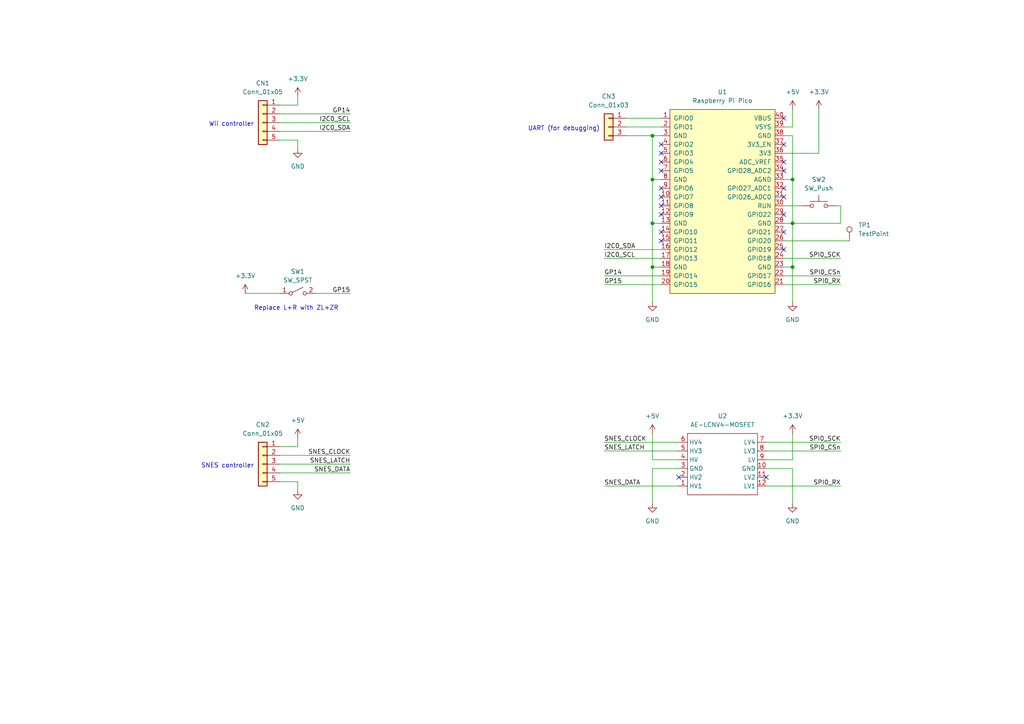
<source format=kicad_sch>
(kicad_sch (version 20211123) (generator eeschema)

  (uuid e82346a5-cee7-49f2-8310-2831d323a8cf)

  (paper "A4")

  (title_block
    (title "Controller Converter for Switch")
    (date "2023-01-11")
    (rev "1")
    (company "T.T")
  )

  (lib_symbols
    (symbol "Connector:TestPoint" (pin_numbers hide) (pin_names (offset 0.762) hide) (in_bom yes) (on_board yes)
      (property "Reference" "TP" (id 0) (at 0 6.858 0)
        (effects (font (size 1.27 1.27)))
      )
      (property "Value" "TestPoint" (id 1) (at 0 5.08 0)
        (effects (font (size 1.27 1.27)))
      )
      (property "Footprint" "" (id 2) (at 5.08 0 0)
        (effects (font (size 1.27 1.27)) hide)
      )
      (property "Datasheet" "~" (id 3) (at 5.08 0 0)
        (effects (font (size 1.27 1.27)) hide)
      )
      (property "ki_keywords" "test point tp" (id 4) (at 0 0 0)
        (effects (font (size 1.27 1.27)) hide)
      )
      (property "ki_description" "test point" (id 5) (at 0 0 0)
        (effects (font (size 1.27 1.27)) hide)
      )
      (property "ki_fp_filters" "Pin* Test*" (id 6) (at 0 0 0)
        (effects (font (size 1.27 1.27)) hide)
      )
      (symbol "TestPoint_0_1"
        (circle (center 0 3.302) (radius 0.762)
          (stroke (width 0) (type default) (color 0 0 0 0))
          (fill (type none))
        )
      )
      (symbol "TestPoint_1_1"
        (pin passive line (at 0 0 90) (length 2.54)
          (name "1" (effects (font (size 1.27 1.27))))
          (number "1" (effects (font (size 1.27 1.27))))
        )
      )
    )
    (symbol "Connector_Generic:Conn_01x03" (pin_names (offset 1.016) hide) (in_bom yes) (on_board yes)
      (property "Reference" "J" (id 0) (at 0 5.08 0)
        (effects (font (size 1.27 1.27)))
      )
      (property "Value" "Conn_01x03" (id 1) (at 0 -5.08 0)
        (effects (font (size 1.27 1.27)))
      )
      (property "Footprint" "" (id 2) (at 0 0 0)
        (effects (font (size 1.27 1.27)) hide)
      )
      (property "Datasheet" "~" (id 3) (at 0 0 0)
        (effects (font (size 1.27 1.27)) hide)
      )
      (property "ki_keywords" "connector" (id 4) (at 0 0 0)
        (effects (font (size 1.27 1.27)) hide)
      )
      (property "ki_description" "Generic connector, single row, 01x03, script generated (kicad-library-utils/schlib/autogen/connector/)" (id 5) (at 0 0 0)
        (effects (font (size 1.27 1.27)) hide)
      )
      (property "ki_fp_filters" "Connector*:*_1x??_*" (id 6) (at 0 0 0)
        (effects (font (size 1.27 1.27)) hide)
      )
      (symbol "Conn_01x03_1_1"
        (rectangle (start -1.27 -2.413) (end 0 -2.667)
          (stroke (width 0.1524) (type default) (color 0 0 0 0))
          (fill (type none))
        )
        (rectangle (start -1.27 0.127) (end 0 -0.127)
          (stroke (width 0.1524) (type default) (color 0 0 0 0))
          (fill (type none))
        )
        (rectangle (start -1.27 2.667) (end 0 2.413)
          (stroke (width 0.1524) (type default) (color 0 0 0 0))
          (fill (type none))
        )
        (rectangle (start -1.27 3.81) (end 1.27 -3.81)
          (stroke (width 0.254) (type default) (color 0 0 0 0))
          (fill (type background))
        )
        (pin passive line (at -5.08 2.54 0) (length 3.81)
          (name "Pin_1" (effects (font (size 1.27 1.27))))
          (number "1" (effects (font (size 1.27 1.27))))
        )
        (pin passive line (at -5.08 0 0) (length 3.81)
          (name "Pin_2" (effects (font (size 1.27 1.27))))
          (number "2" (effects (font (size 1.27 1.27))))
        )
        (pin passive line (at -5.08 -2.54 0) (length 3.81)
          (name "Pin_3" (effects (font (size 1.27 1.27))))
          (number "3" (effects (font (size 1.27 1.27))))
        )
      )
    )
    (symbol "Connector_Generic:Conn_01x05" (pin_names (offset 1.016) hide) (in_bom yes) (on_board yes)
      (property "Reference" "J" (id 0) (at 0 7.62 0)
        (effects (font (size 1.27 1.27)))
      )
      (property "Value" "Conn_01x05" (id 1) (at 0 -7.62 0)
        (effects (font (size 1.27 1.27)))
      )
      (property "Footprint" "" (id 2) (at 0 0 0)
        (effects (font (size 1.27 1.27)) hide)
      )
      (property "Datasheet" "~" (id 3) (at 0 0 0)
        (effects (font (size 1.27 1.27)) hide)
      )
      (property "ki_keywords" "connector" (id 4) (at 0 0 0)
        (effects (font (size 1.27 1.27)) hide)
      )
      (property "ki_description" "Generic connector, single row, 01x05, script generated (kicad-library-utils/schlib/autogen/connector/)" (id 5) (at 0 0 0)
        (effects (font (size 1.27 1.27)) hide)
      )
      (property "ki_fp_filters" "Connector*:*_1x??_*" (id 6) (at 0 0 0)
        (effects (font (size 1.27 1.27)) hide)
      )
      (symbol "Conn_01x05_1_1"
        (rectangle (start -1.27 -4.953) (end 0 -5.207)
          (stroke (width 0.1524) (type default) (color 0 0 0 0))
          (fill (type none))
        )
        (rectangle (start -1.27 -2.413) (end 0 -2.667)
          (stroke (width 0.1524) (type default) (color 0 0 0 0))
          (fill (type none))
        )
        (rectangle (start -1.27 0.127) (end 0 -0.127)
          (stroke (width 0.1524) (type default) (color 0 0 0 0))
          (fill (type none))
        )
        (rectangle (start -1.27 2.667) (end 0 2.413)
          (stroke (width 0.1524) (type default) (color 0 0 0 0))
          (fill (type none))
        )
        (rectangle (start -1.27 5.207) (end 0 4.953)
          (stroke (width 0.1524) (type default) (color 0 0 0 0))
          (fill (type none))
        )
        (rectangle (start -1.27 6.35) (end 1.27 -6.35)
          (stroke (width 0.254) (type default) (color 0 0 0 0))
          (fill (type background))
        )
        (pin passive line (at -5.08 5.08 0) (length 3.81)
          (name "Pin_1" (effects (font (size 1.27 1.27))))
          (number "1" (effects (font (size 1.27 1.27))))
        )
        (pin passive line (at -5.08 2.54 0) (length 3.81)
          (name "Pin_2" (effects (font (size 1.27 1.27))))
          (number "2" (effects (font (size 1.27 1.27))))
        )
        (pin passive line (at -5.08 0 0) (length 3.81)
          (name "Pin_3" (effects (font (size 1.27 1.27))))
          (number "3" (effects (font (size 1.27 1.27))))
        )
        (pin passive line (at -5.08 -2.54 0) (length 3.81)
          (name "Pin_4" (effects (font (size 1.27 1.27))))
          (number "4" (effects (font (size 1.27 1.27))))
        )
        (pin passive line (at -5.08 -5.08 0) (length 3.81)
          (name "Pin_5" (effects (font (size 1.27 1.27))))
          (number "5" (effects (font (size 1.27 1.27))))
        )
      )
    )
    (symbol "Library:AE-LCNV4-MOSFET" (in_bom yes) (on_board yes)
      (property "Reference" "U" (id 0) (at 0 12.7 0)
        (effects (font (size 1.27 1.27)))
      )
      (property "Value" "AE-LCNV4-MOSFET" (id 1) (at 0 10.16 0)
        (effects (font (size 1.27 1.27)))
      )
      (property "Footprint" "Library:AE-LCNV4-MOSFET" (id 2) (at 0 6.35 0)
        (effects (font (size 1.27 1.27)) hide)
      )
      (property "Datasheet" "" (id 3) (at 0 6.35 0)
        (effects (font (size 1.27 1.27)) hide)
      )
      (symbol "AE-LCNV4-MOSFET_0_0"
        (pin bidirectional line (at -12.7 6.35 0) (length 2.54)
          (name "HV1" (effects (font (size 1.27 1.27))))
          (number "1" (effects (font (size 1.27 1.27))))
        )
        (pin power_in line (at 12.7 1.27 180) (length 2.54)
          (name "GND" (effects (font (size 1.27 1.27))))
          (number "10" (effects (font (size 1.27 1.27))))
        )
        (pin bidirectional line (at 12.7 3.81 180) (length 2.54)
          (name "LV2" (effects (font (size 1.27 1.27))))
          (number "11" (effects (font (size 1.27 1.27))))
        )
        (pin bidirectional line (at 12.7 6.35 180) (length 2.54)
          (name "LV1" (effects (font (size 1.27 1.27))))
          (number "12" (effects (font (size 1.27 1.27))))
        )
        (pin bidirectional line (at -12.7 3.81 0) (length 2.54)
          (name "HV2" (effects (font (size 1.27 1.27))))
          (number "2" (effects (font (size 1.27 1.27))))
        )
        (pin power_in line (at -12.7 1.27 0) (length 2.54)
          (name "GND" (effects (font (size 1.27 1.27))))
          (number "3" (effects (font (size 1.27 1.27))))
        )
        (pin power_in line (at -12.7 -1.27 0) (length 2.54)
          (name "HV" (effects (font (size 1.27 1.27))))
          (number "4" (effects (font (size 1.27 1.27))))
        )
        (pin bidirectional line (at -12.7 -3.81 0) (length 2.54)
          (name "HV3" (effects (font (size 1.27 1.27))))
          (number "5" (effects (font (size 1.27 1.27))))
        )
        (pin bidirectional line (at -12.7 -6.35 0) (length 2.54)
          (name "HV4" (effects (font (size 1.27 1.27))))
          (number "6" (effects (font (size 1.27 1.27))))
        )
        (pin bidirectional line (at 12.7 -6.35 180) (length 2.54)
          (name "LV4" (effects (font (size 1.27 1.27))))
          (number "7" (effects (font (size 1.27 1.27))))
        )
        (pin bidirectional line (at 12.7 -3.81 180) (length 2.54)
          (name "LV3" (effects (font (size 1.27 1.27))))
          (number "8" (effects (font (size 1.27 1.27))))
        )
        (pin power_in line (at 12.7 -1.27 180) (length 2.54)
          (name "LV" (effects (font (size 1.27 1.27))))
          (number "9" (effects (font (size 1.27 1.27))))
        )
      )
      (symbol "AE-LCNV4-MOSFET_0_1"
        (rectangle (start -10.16 8.89) (end 10.16 -8.89)
          (stroke (width 0) (type default) (color 0 0 0 0))
          (fill (type none))
        )
      )
    )
    (symbol "Library:Raspberry Pi Pico" (pin_names (offset 1.016)) (in_bom yes) (on_board yes)
      (property "Reference" "U" (id 0) (at 0 30.48 0)
        (effects (font (size 1.27 1.27)))
      )
      (property "Value" "Raspberry Pi Pico" (id 1) (at 0 27.94 0)
        (effects (font (size 1.27 1.27)))
      )
      (property "Footprint" "Library:RPi_Pico_SMD_TH" (id 2) (at 0 0 90)
        (effects (font (size 1.27 1.27)) hide)
      )
      (property "Datasheet" "" (id 3) (at 0 0 0)
        (effects (font (size 1.27 1.27)) hide)
      )
      (symbol "Raspberry Pi Pico_0_1"
        (rectangle (start -15.24 26.67) (end 15.24 -26.67)
          (stroke (width 0) (type default) (color 0 0 0 0))
          (fill (type background))
        )
      )
      (symbol "Raspberry Pi Pico_1_1"
        (pin bidirectional line (at -17.78 24.13 0) (length 2.54)
          (name "GPIO0" (effects (font (size 1.27 1.27))))
          (number "1" (effects (font (size 1.27 1.27))))
        )
        (pin bidirectional line (at -17.78 1.27 0) (length 2.54)
          (name "GPIO7" (effects (font (size 1.27 1.27))))
          (number "10" (effects (font (size 1.27 1.27))))
        )
        (pin bidirectional line (at -17.78 -1.27 0) (length 2.54)
          (name "GPIO8" (effects (font (size 1.27 1.27))))
          (number "11" (effects (font (size 1.27 1.27))))
        )
        (pin bidirectional line (at -17.78 -3.81 0) (length 2.54)
          (name "GPIO9" (effects (font (size 1.27 1.27))))
          (number "12" (effects (font (size 1.27 1.27))))
        )
        (pin power_in line (at -17.78 -6.35 0) (length 2.54)
          (name "GND" (effects (font (size 1.27 1.27))))
          (number "13" (effects (font (size 1.27 1.27))))
        )
        (pin bidirectional line (at -17.78 -8.89 0) (length 2.54)
          (name "GPIO10" (effects (font (size 1.27 1.27))))
          (number "14" (effects (font (size 1.27 1.27))))
        )
        (pin bidirectional line (at -17.78 -11.43 0) (length 2.54)
          (name "GPIO11" (effects (font (size 1.27 1.27))))
          (number "15" (effects (font (size 1.27 1.27))))
        )
        (pin bidirectional line (at -17.78 -13.97 0) (length 2.54)
          (name "GPIO12" (effects (font (size 1.27 1.27))))
          (number "16" (effects (font (size 1.27 1.27))))
        )
        (pin bidirectional line (at -17.78 -16.51 0) (length 2.54)
          (name "GPIO13" (effects (font (size 1.27 1.27))))
          (number "17" (effects (font (size 1.27 1.27))))
        )
        (pin power_in line (at -17.78 -19.05 0) (length 2.54)
          (name "GND" (effects (font (size 1.27 1.27))))
          (number "18" (effects (font (size 1.27 1.27))))
        )
        (pin bidirectional line (at -17.78 -21.59 0) (length 2.54)
          (name "GPIO14" (effects (font (size 1.27 1.27))))
          (number "19" (effects (font (size 1.27 1.27))))
        )
        (pin bidirectional line (at -17.78 21.59 0) (length 2.54)
          (name "GPIO1" (effects (font (size 1.27 1.27))))
          (number "2" (effects (font (size 1.27 1.27))))
        )
        (pin bidirectional line (at -17.78 -24.13 0) (length 2.54)
          (name "GPIO15" (effects (font (size 1.27 1.27))))
          (number "20" (effects (font (size 1.27 1.27))))
        )
        (pin bidirectional line (at 17.78 -24.13 180) (length 2.54)
          (name "GPIO16" (effects (font (size 1.27 1.27))))
          (number "21" (effects (font (size 1.27 1.27))))
        )
        (pin bidirectional line (at 17.78 -21.59 180) (length 2.54)
          (name "GPIO17" (effects (font (size 1.27 1.27))))
          (number "22" (effects (font (size 1.27 1.27))))
        )
        (pin power_in line (at 17.78 -19.05 180) (length 2.54)
          (name "GND" (effects (font (size 1.27 1.27))))
          (number "23" (effects (font (size 1.27 1.27))))
        )
        (pin bidirectional line (at 17.78 -16.51 180) (length 2.54)
          (name "GPIO18" (effects (font (size 1.27 1.27))))
          (number "24" (effects (font (size 1.27 1.27))))
        )
        (pin bidirectional line (at 17.78 -13.97 180) (length 2.54)
          (name "GPIO19" (effects (font (size 1.27 1.27))))
          (number "25" (effects (font (size 1.27 1.27))))
        )
        (pin bidirectional line (at 17.78 -11.43 180) (length 2.54)
          (name "GPIO20" (effects (font (size 1.27 1.27))))
          (number "26" (effects (font (size 1.27 1.27))))
        )
        (pin bidirectional line (at 17.78 -8.89 180) (length 2.54)
          (name "GPIO21" (effects (font (size 1.27 1.27))))
          (number "27" (effects (font (size 1.27 1.27))))
        )
        (pin power_in line (at 17.78 -6.35 180) (length 2.54)
          (name "GND" (effects (font (size 1.27 1.27))))
          (number "28" (effects (font (size 1.27 1.27))))
        )
        (pin bidirectional line (at 17.78 -3.81 180) (length 2.54)
          (name "GPIO22" (effects (font (size 1.27 1.27))))
          (number "29" (effects (font (size 1.27 1.27))))
        )
        (pin power_in line (at -17.78 19.05 0) (length 2.54)
          (name "GND" (effects (font (size 1.27 1.27))))
          (number "3" (effects (font (size 1.27 1.27))))
        )
        (pin input line (at 17.78 -1.27 180) (length 2.54)
          (name "RUN" (effects (font (size 1.27 1.27))))
          (number "30" (effects (font (size 1.27 1.27))))
        )
        (pin bidirectional line (at 17.78 1.27 180) (length 2.54)
          (name "GPIO26_ADC0" (effects (font (size 1.27 1.27))))
          (number "31" (effects (font (size 1.27 1.27))))
        )
        (pin bidirectional line (at 17.78 3.81 180) (length 2.54)
          (name "GPIO27_ADC1" (effects (font (size 1.27 1.27))))
          (number "32" (effects (font (size 1.27 1.27))))
        )
        (pin power_in line (at 17.78 6.35 180) (length 2.54)
          (name "AGND" (effects (font (size 1.27 1.27))))
          (number "33" (effects (font (size 1.27 1.27))))
        )
        (pin bidirectional line (at 17.78 8.89 180) (length 2.54)
          (name "GPIO28_ADC2" (effects (font (size 1.27 1.27))))
          (number "34" (effects (font (size 1.27 1.27))))
        )
        (pin unspecified line (at 17.78 11.43 180) (length 2.54)
          (name "ADC_VREF" (effects (font (size 1.27 1.27))))
          (number "35" (effects (font (size 1.27 1.27))))
        )
        (pin power_out line (at 17.78 13.97 180) (length 2.54)
          (name "3V3" (effects (font (size 1.27 1.27))))
          (number "36" (effects (font (size 1.27 1.27))))
        )
        (pin input line (at 17.78 16.51 180) (length 2.54)
          (name "3V3_EN" (effects (font (size 1.27 1.27))))
          (number "37" (effects (font (size 1.27 1.27))))
        )
        (pin power_out line (at 17.78 19.05 180) (length 2.54)
          (name "GND" (effects (font (size 1.27 1.27))))
          (number "38" (effects (font (size 1.27 1.27))))
        )
        (pin power_out line (at 17.78 21.59 180) (length 2.54)
          (name "VSYS" (effects (font (size 1.27 1.27))))
          (number "39" (effects (font (size 1.27 1.27))))
        )
        (pin bidirectional line (at -17.78 16.51 0) (length 2.54)
          (name "GPIO2" (effects (font (size 1.27 1.27))))
          (number "4" (effects (font (size 1.27 1.27))))
        )
        (pin power_out line (at 17.78 24.13 180) (length 2.54)
          (name "VBUS" (effects (font (size 1.27 1.27))))
          (number "40" (effects (font (size 1.27 1.27))))
        )
        (pin bidirectional line (at -17.78 13.97 0) (length 2.54)
          (name "GPIO3" (effects (font (size 1.27 1.27))))
          (number "5" (effects (font (size 1.27 1.27))))
        )
        (pin bidirectional line (at -17.78 11.43 0) (length 2.54)
          (name "GPIO4" (effects (font (size 1.27 1.27))))
          (number "6" (effects (font (size 1.27 1.27))))
        )
        (pin bidirectional line (at -17.78 8.89 0) (length 2.54)
          (name "GPIO5" (effects (font (size 1.27 1.27))))
          (number "7" (effects (font (size 1.27 1.27))))
        )
        (pin power_in line (at -17.78 6.35 0) (length 2.54)
          (name "GND" (effects (font (size 1.27 1.27))))
          (number "8" (effects (font (size 1.27 1.27))))
        )
        (pin bidirectional line (at -17.78 3.81 0) (length 2.54)
          (name "GPIO6" (effects (font (size 1.27 1.27))))
          (number "9" (effects (font (size 1.27 1.27))))
        )
      )
    )
    (symbol "Switch:SW_Push" (pin_numbers hide) (pin_names (offset 1.016) hide) (in_bom yes) (on_board yes)
      (property "Reference" "SW" (id 0) (at 1.27 2.54 0)
        (effects (font (size 1.27 1.27)) (justify left))
      )
      (property "Value" "SW_Push" (id 1) (at 0 -1.524 0)
        (effects (font (size 1.27 1.27)))
      )
      (property "Footprint" "" (id 2) (at 0 5.08 0)
        (effects (font (size 1.27 1.27)) hide)
      )
      (property "Datasheet" "~" (id 3) (at 0 5.08 0)
        (effects (font (size 1.27 1.27)) hide)
      )
      (property "ki_keywords" "switch normally-open pushbutton push-button" (id 4) (at 0 0 0)
        (effects (font (size 1.27 1.27)) hide)
      )
      (property "ki_description" "Push button switch, generic, two pins" (id 5) (at 0 0 0)
        (effects (font (size 1.27 1.27)) hide)
      )
      (symbol "SW_Push_0_1"
        (circle (center -2.032 0) (radius 0.508)
          (stroke (width 0) (type default) (color 0 0 0 0))
          (fill (type none))
        )
        (polyline
          (pts
            (xy 0 1.27)
            (xy 0 3.048)
          )
          (stroke (width 0) (type default) (color 0 0 0 0))
          (fill (type none))
        )
        (polyline
          (pts
            (xy 2.54 1.27)
            (xy -2.54 1.27)
          )
          (stroke (width 0) (type default) (color 0 0 0 0))
          (fill (type none))
        )
        (circle (center 2.032 0) (radius 0.508)
          (stroke (width 0) (type default) (color 0 0 0 0))
          (fill (type none))
        )
        (pin passive line (at -5.08 0 0) (length 2.54)
          (name "1" (effects (font (size 1.27 1.27))))
          (number "1" (effects (font (size 1.27 1.27))))
        )
        (pin passive line (at 5.08 0 180) (length 2.54)
          (name "2" (effects (font (size 1.27 1.27))))
          (number "2" (effects (font (size 1.27 1.27))))
        )
      )
    )
    (symbol "Switch:SW_SPST" (pin_names (offset 0) hide) (in_bom yes) (on_board yes)
      (property "Reference" "SW" (id 0) (at 0 3.175 0)
        (effects (font (size 1.27 1.27)))
      )
      (property "Value" "SW_SPST" (id 1) (at 0 -2.54 0)
        (effects (font (size 1.27 1.27)))
      )
      (property "Footprint" "" (id 2) (at 0 0 0)
        (effects (font (size 1.27 1.27)) hide)
      )
      (property "Datasheet" "~" (id 3) (at 0 0 0)
        (effects (font (size 1.27 1.27)) hide)
      )
      (property "ki_keywords" "switch lever" (id 4) (at 0 0 0)
        (effects (font (size 1.27 1.27)) hide)
      )
      (property "ki_description" "Single Pole Single Throw (SPST) switch" (id 5) (at 0 0 0)
        (effects (font (size 1.27 1.27)) hide)
      )
      (symbol "SW_SPST_0_0"
        (circle (center -2.032 0) (radius 0.508)
          (stroke (width 0) (type default) (color 0 0 0 0))
          (fill (type none))
        )
        (polyline
          (pts
            (xy -1.524 0.254)
            (xy 1.524 1.778)
          )
          (stroke (width 0) (type default) (color 0 0 0 0))
          (fill (type none))
        )
        (circle (center 2.032 0) (radius 0.508)
          (stroke (width 0) (type default) (color 0 0 0 0))
          (fill (type none))
        )
      )
      (symbol "SW_SPST_1_1"
        (pin passive line (at -5.08 0 0) (length 2.54)
          (name "A" (effects (font (size 1.27 1.27))))
          (number "1" (effects (font (size 1.27 1.27))))
        )
        (pin passive line (at 5.08 0 180) (length 2.54)
          (name "B" (effects (font (size 1.27 1.27))))
          (number "2" (effects (font (size 1.27 1.27))))
        )
      )
    )
    (symbol "power:+3.3V" (power) (pin_names (offset 0)) (in_bom yes) (on_board yes)
      (property "Reference" "#PWR" (id 0) (at 0 -3.81 0)
        (effects (font (size 1.27 1.27)) hide)
      )
      (property "Value" "+3.3V" (id 1) (at 0 3.556 0)
        (effects (font (size 1.27 1.27)))
      )
      (property "Footprint" "" (id 2) (at 0 0 0)
        (effects (font (size 1.27 1.27)) hide)
      )
      (property "Datasheet" "" (id 3) (at 0 0 0)
        (effects (font (size 1.27 1.27)) hide)
      )
      (property "ki_keywords" "global power" (id 4) (at 0 0 0)
        (effects (font (size 1.27 1.27)) hide)
      )
      (property "ki_description" "Power symbol creates a global label with name \"+3.3V\"" (id 5) (at 0 0 0)
        (effects (font (size 1.27 1.27)) hide)
      )
      (symbol "+3.3V_0_1"
        (polyline
          (pts
            (xy -0.762 1.27)
            (xy 0 2.54)
          )
          (stroke (width 0) (type default) (color 0 0 0 0))
          (fill (type none))
        )
        (polyline
          (pts
            (xy 0 0)
            (xy 0 2.54)
          )
          (stroke (width 0) (type default) (color 0 0 0 0))
          (fill (type none))
        )
        (polyline
          (pts
            (xy 0 2.54)
            (xy 0.762 1.27)
          )
          (stroke (width 0) (type default) (color 0 0 0 0))
          (fill (type none))
        )
      )
      (symbol "+3.3V_1_1"
        (pin power_in line (at 0 0 90) (length 0) hide
          (name "+3.3V" (effects (font (size 1.27 1.27))))
          (number "1" (effects (font (size 1.27 1.27))))
        )
      )
    )
    (symbol "power:+5V" (power) (pin_names (offset 0)) (in_bom yes) (on_board yes)
      (property "Reference" "#PWR" (id 0) (at 0 -3.81 0)
        (effects (font (size 1.27 1.27)) hide)
      )
      (property "Value" "+5V" (id 1) (at 0 3.556 0)
        (effects (font (size 1.27 1.27)))
      )
      (property "Footprint" "" (id 2) (at 0 0 0)
        (effects (font (size 1.27 1.27)) hide)
      )
      (property "Datasheet" "" (id 3) (at 0 0 0)
        (effects (font (size 1.27 1.27)) hide)
      )
      (property "ki_keywords" "global power" (id 4) (at 0 0 0)
        (effects (font (size 1.27 1.27)) hide)
      )
      (property "ki_description" "Power symbol creates a global label with name \"+5V\"" (id 5) (at 0 0 0)
        (effects (font (size 1.27 1.27)) hide)
      )
      (symbol "+5V_0_1"
        (polyline
          (pts
            (xy -0.762 1.27)
            (xy 0 2.54)
          )
          (stroke (width 0) (type default) (color 0 0 0 0))
          (fill (type none))
        )
        (polyline
          (pts
            (xy 0 0)
            (xy 0 2.54)
          )
          (stroke (width 0) (type default) (color 0 0 0 0))
          (fill (type none))
        )
        (polyline
          (pts
            (xy 0 2.54)
            (xy 0.762 1.27)
          )
          (stroke (width 0) (type default) (color 0 0 0 0))
          (fill (type none))
        )
      )
      (symbol "+5V_1_1"
        (pin power_in line (at 0 0 90) (length 0) hide
          (name "+5V" (effects (font (size 1.27 1.27))))
          (number "1" (effects (font (size 1.27 1.27))))
        )
      )
    )
    (symbol "power:GND" (power) (pin_names (offset 0)) (in_bom yes) (on_board yes)
      (property "Reference" "#PWR" (id 0) (at 0 -6.35 0)
        (effects (font (size 1.27 1.27)) hide)
      )
      (property "Value" "GND" (id 1) (at 0 -3.81 0)
        (effects (font (size 1.27 1.27)))
      )
      (property "Footprint" "" (id 2) (at 0 0 0)
        (effects (font (size 1.27 1.27)) hide)
      )
      (property "Datasheet" "" (id 3) (at 0 0 0)
        (effects (font (size 1.27 1.27)) hide)
      )
      (property "ki_keywords" "global power" (id 4) (at 0 0 0)
        (effects (font (size 1.27 1.27)) hide)
      )
      (property "ki_description" "Power symbol creates a global label with name \"GND\" , ground" (id 5) (at 0 0 0)
        (effects (font (size 1.27 1.27)) hide)
      )
      (symbol "GND_0_1"
        (polyline
          (pts
            (xy 0 0)
            (xy 0 -1.27)
            (xy 1.27 -1.27)
            (xy 0 -2.54)
            (xy -1.27 -1.27)
            (xy 0 -1.27)
          )
          (stroke (width 0) (type default) (color 0 0 0 0))
          (fill (type none))
        )
      )
      (symbol "GND_1_1"
        (pin power_in line (at 0 0 270) (length 0) hide
          (name "GND" (effects (font (size 1.27 1.27))))
          (number "1" (effects (font (size 1.27 1.27))))
        )
      )
    )
  )

  (junction (at 229.87 64.77) (diameter 0) (color 0 0 0 0)
    (uuid 34ca09cb-1597-4fc9-8bc8-b8dba42f7d68)
  )
  (junction (at 189.23 39.37) (diameter 0) (color 0 0 0 0)
    (uuid 4ee9a426-8239-4fef-807d-a9440fb5f089)
  )
  (junction (at 229.87 77.47) (diameter 0) (color 0 0 0 0)
    (uuid 60da1a23-0618-4851-9126-4aba4bc59b5b)
  )
  (junction (at 229.87 52.07) (diameter 0) (color 0 0 0 0)
    (uuid 6c46b4d3-be7d-4131-bc45-e085dd58279d)
  )
  (junction (at 189.23 52.07) (diameter 0) (color 0 0 0 0)
    (uuid 6f814b9e-cb96-40f5-acbb-4519927758e9)
  )
  (junction (at 189.23 64.77) (diameter 0) (color 0 0 0 0)
    (uuid b467e13a-6259-4cbf-be7c-f1c2e797b007)
  )
  (junction (at 189.23 77.47) (diameter 0) (color 0 0 0 0)
    (uuid c71e2a37-3a04-4da1-b367-91d0b452c420)
  )

  (no_connect (at 227.33 49.53) (uuid 04de0bb0-5530-43a7-a63a-d6013a308361))
  (no_connect (at 227.33 67.31) (uuid 075d3db5-b09e-4652-9474-34782549d4a9))
  (no_connect (at 191.77 67.31) (uuid 0dddead1-fe20-48d8-9e49-2b6006b72c54))
  (no_connect (at 227.33 34.29) (uuid 11ac2b82-d0cf-421a-bc9a-19da72267d6f))
  (no_connect (at 191.77 59.69) (uuid 36d7cf22-1eea-4f6e-b277-6c6062f1d0bc))
  (no_connect (at 191.77 62.23) (uuid 3d7625d9-4550-4dae-bb26-e399e860a160))
  (no_connect (at 227.33 54.61) (uuid 4105f322-1fe1-4240-b24c-2d5a9ad7b366))
  (no_connect (at 196.85 138.43) (uuid 4107380a-2ab6-47ce-a4a9-5194f1d8b6c7))
  (no_connect (at 191.77 46.99) (uuid 4ddd1cc6-0847-4f58-b1f8-596cf84101df))
  (no_connect (at 191.77 49.53) (uuid 6b6d333a-f540-4ea0-b29b-8039a4a406aa))
  (no_connect (at 191.77 41.91) (uuid 714de8a2-92c2-4c64-9a75-33ea7945b130))
  (no_connect (at 227.33 72.39) (uuid 7166d50f-db6a-406b-ba2c-5e3df75d498e))
  (no_connect (at 222.25 138.43) (uuid 904b4398-5120-4b83-910b-b9be50500391))
  (no_connect (at 191.77 57.15) (uuid 9204c3c4-2ba9-452e-880f-8e6f4cc7450a))
  (no_connect (at 227.33 41.91) (uuid 9dd66150-952c-4086-b762-05e729e1fa8c))
  (no_connect (at 191.77 69.85) (uuid acf94ed7-6a14-46b1-bbe9-7767e9133ec0))
  (no_connect (at 227.33 57.15) (uuid af75d715-e9cc-49e7-9229-563b65582032))
  (no_connect (at 227.33 46.99) (uuid b98af472-7e86-4a16-884c-fdf55e966945))
  (no_connect (at 191.77 44.45) (uuid dd04a914-2b37-42f3-bedc-a94a21d4a2a9))
  (no_connect (at 191.77 54.61) (uuid ef9c583d-68f4-439f-ab52-f030677d66ef))
  (no_connect (at 227.33 62.23) (uuid fe846fb2-1d21-4fad-8bf6-00a612fdb3a3))

  (wire (pts (xy 227.33 80.01) (xy 243.84 80.01))
    (stroke (width 0) (type default) (color 0 0 0 0))
    (uuid 01ad19cd-6b3e-4d40-964b-f503faff16f5)
  )
  (wire (pts (xy 229.87 36.83) (xy 229.87 31.75))
    (stroke (width 0) (type default) (color 0 0 0 0))
    (uuid 0697f3af-8c04-49f4-b6f0-3396b9f0ade9)
  )
  (wire (pts (xy 227.33 36.83) (xy 229.87 36.83))
    (stroke (width 0) (type default) (color 0 0 0 0))
    (uuid 0a663930-8695-4f42-81fd-4da6adc2647f)
  )
  (wire (pts (xy 222.25 128.27) (xy 243.84 128.27))
    (stroke (width 0) (type default) (color 0 0 0 0))
    (uuid 0b33a2a2-0081-4a3e-9f55-f8fde0343420)
  )
  (wire (pts (xy 81.28 30.48) (xy 86.36 30.48))
    (stroke (width 0) (type default) (color 0 0 0 0))
    (uuid 0e238770-439f-4f9b-bb81-10062b34dc70)
  )
  (wire (pts (xy 86.36 40.64) (xy 86.36 43.18))
    (stroke (width 0) (type default) (color 0 0 0 0))
    (uuid 1f9b5308-7941-4e7b-abc3-eed51fd3ccd2)
  )
  (wire (pts (xy 191.77 64.77) (xy 189.23 64.77))
    (stroke (width 0) (type default) (color 0 0 0 0))
    (uuid 21a9d479-828f-4203-bc94-dd35baf6c792)
  )
  (wire (pts (xy 81.28 33.02) (xy 101.6 33.02))
    (stroke (width 0) (type default) (color 0 0 0 0))
    (uuid 241bac2f-1ef1-48b0-a485-5287a3de4ddd)
  )
  (wire (pts (xy 81.28 139.7) (xy 86.36 139.7))
    (stroke (width 0) (type default) (color 0 0 0 0))
    (uuid 273e3d90-2c44-42d6-830a-bdf6ee0d0372)
  )
  (wire (pts (xy 227.33 44.45) (xy 237.49 44.45))
    (stroke (width 0) (type default) (color 0 0 0 0))
    (uuid 2d8437b5-5055-4a78-8090-7b8dd5120244)
  )
  (wire (pts (xy 81.28 40.64) (xy 86.36 40.64))
    (stroke (width 0) (type default) (color 0 0 0 0))
    (uuid 355264d3-e739-4702-b628-d103b15e765d)
  )
  (wire (pts (xy 189.23 52.07) (xy 189.23 64.77))
    (stroke (width 0) (type default) (color 0 0 0 0))
    (uuid 37cb0d6d-e048-4388-b0ac-a9896e75a835)
  )
  (wire (pts (xy 175.26 140.97) (xy 196.85 140.97))
    (stroke (width 0) (type default) (color 0 0 0 0))
    (uuid 386ed10a-6799-48fc-9fc2-93dac55aaee8)
  )
  (wire (pts (xy 189.23 39.37) (xy 189.23 52.07))
    (stroke (width 0) (type default) (color 0 0 0 0))
    (uuid 397a05b6-c486-454e-bdb1-61da1830dcea)
  )
  (wire (pts (xy 243.84 64.77) (xy 229.87 64.77))
    (stroke (width 0) (type default) (color 0 0 0 0))
    (uuid 3aeb102d-81b8-46e3-b67a-4e479c780945)
  )
  (wire (pts (xy 181.61 36.83) (xy 191.77 36.83))
    (stroke (width 0) (type default) (color 0 0 0 0))
    (uuid 3b16556a-651c-4d27-a6a0-9054ce8a9775)
  )
  (wire (pts (xy 181.61 34.29) (xy 191.77 34.29))
    (stroke (width 0) (type default) (color 0 0 0 0))
    (uuid 3d410124-72fc-4821-8292-f95d866fbbc1)
  )
  (wire (pts (xy 227.33 39.37) (xy 229.87 39.37))
    (stroke (width 0) (type default) (color 0 0 0 0))
    (uuid 450e8b15-4cfc-4f6f-afdc-b61cba689167)
  )
  (wire (pts (xy 81.28 35.56) (xy 101.6 35.56))
    (stroke (width 0) (type default) (color 0 0 0 0))
    (uuid 46145133-0960-4704-abc9-da9cbebe58e3)
  )
  (wire (pts (xy 227.33 59.69) (xy 232.41 59.69))
    (stroke (width 0) (type default) (color 0 0 0 0))
    (uuid 4b104bd9-ce70-490f-961b-4d44b19e761a)
  )
  (wire (pts (xy 81.28 129.54) (xy 86.36 129.54))
    (stroke (width 0) (type default) (color 0 0 0 0))
    (uuid 52995e42-38db-4516-8d4c-e796d2087c0e)
  )
  (wire (pts (xy 175.26 80.01) (xy 191.77 80.01))
    (stroke (width 0) (type default) (color 0 0 0 0))
    (uuid 538f956d-2815-400e-8c36-1704aed3e252)
  )
  (wire (pts (xy 227.33 74.93) (xy 243.84 74.93))
    (stroke (width 0) (type default) (color 0 0 0 0))
    (uuid 56cf1176-4ef8-47f1-a9a7-0890262a50e9)
  )
  (wire (pts (xy 196.85 135.89) (xy 189.23 135.89))
    (stroke (width 0) (type default) (color 0 0 0 0))
    (uuid 5941b463-8663-4def-bc60-17d178e937ce)
  )
  (wire (pts (xy 86.36 139.7) (xy 86.36 142.24))
    (stroke (width 0) (type default) (color 0 0 0 0))
    (uuid 5fd175e9-210b-4878-9adc-9323d7c8ccd1)
  )
  (wire (pts (xy 189.23 77.47) (xy 189.23 87.63))
    (stroke (width 0) (type default) (color 0 0 0 0))
    (uuid 65884bef-5ec2-442e-9a78-ab1822fd4581)
  )
  (wire (pts (xy 242.57 59.69) (xy 243.84 59.69))
    (stroke (width 0) (type default) (color 0 0 0 0))
    (uuid 6895a742-abf5-42f5-90e2-758732bfdc00)
  )
  (wire (pts (xy 175.26 128.27) (xy 196.85 128.27))
    (stroke (width 0) (type default) (color 0 0 0 0))
    (uuid 6f2190c2-173e-450b-bd4f-873c0c63c118)
  )
  (wire (pts (xy 81.28 132.08) (xy 101.6 132.08))
    (stroke (width 0) (type default) (color 0 0 0 0))
    (uuid 72213b99-ca08-4810-8769-4b5e4a7e0a44)
  )
  (wire (pts (xy 243.84 59.69) (xy 243.84 64.77))
    (stroke (width 0) (type default) (color 0 0 0 0))
    (uuid 76e469e8-7f83-4a4a-a1fc-61f8c1ec963a)
  )
  (wire (pts (xy 86.36 129.54) (xy 86.36 127))
    (stroke (width 0) (type default) (color 0 0 0 0))
    (uuid 7c9ca00d-1836-41c0-8a6c-a566181e6a7d)
  )
  (wire (pts (xy 81.28 38.1) (xy 101.6 38.1))
    (stroke (width 0) (type default) (color 0 0 0 0))
    (uuid 7ffb278d-97bf-4418-b8a2-642e910f6ae8)
  )
  (wire (pts (xy 189.23 135.89) (xy 189.23 146.05))
    (stroke (width 0) (type default) (color 0 0 0 0))
    (uuid 83a143a0-2405-4b92-b5e7-0686a666a688)
  )
  (wire (pts (xy 181.61 39.37) (xy 189.23 39.37))
    (stroke (width 0) (type default) (color 0 0 0 0))
    (uuid 848f353f-4a85-4e16-9937-26d7a622eabb)
  )
  (wire (pts (xy 229.87 52.07) (xy 229.87 64.77))
    (stroke (width 0) (type default) (color 0 0 0 0))
    (uuid 85284e5c-8e5b-4316-bf8c-ae1606811c2d)
  )
  (wire (pts (xy 229.87 133.35) (xy 229.87 125.73))
    (stroke (width 0) (type default) (color 0 0 0 0))
    (uuid 8e5a0bdd-0d5b-436e-9ade-2364db346291)
  )
  (wire (pts (xy 222.25 135.89) (xy 229.87 135.89))
    (stroke (width 0) (type default) (color 0 0 0 0))
    (uuid 912ed96e-313a-4b89-b419-8513cb2905d1)
  )
  (wire (pts (xy 227.33 64.77) (xy 229.87 64.77))
    (stroke (width 0) (type default) (color 0 0 0 0))
    (uuid 9913156b-1e70-455f-ad9d-a4f421a31134)
  )
  (wire (pts (xy 191.77 52.07) (xy 189.23 52.07))
    (stroke (width 0) (type default) (color 0 0 0 0))
    (uuid 9ae55355-0071-4476-9360-47096000cb7f)
  )
  (wire (pts (xy 229.87 135.89) (xy 229.87 146.05))
    (stroke (width 0) (type default) (color 0 0 0 0))
    (uuid 9dcb278a-7387-4f7f-8dee-4a89d26bd834)
  )
  (wire (pts (xy 189.23 64.77) (xy 189.23 77.47))
    (stroke (width 0) (type default) (color 0 0 0 0))
    (uuid a4a18a30-1af5-4606-b6e8-9e2c0df91c97)
  )
  (wire (pts (xy 227.33 77.47) (xy 229.87 77.47))
    (stroke (width 0) (type default) (color 0 0 0 0))
    (uuid a5236aef-ed97-4f81-b72d-c4d6bf1c17e4)
  )
  (wire (pts (xy 229.87 64.77) (xy 229.87 77.47))
    (stroke (width 0) (type default) (color 0 0 0 0))
    (uuid a6c8dbe5-0ceb-416f-877f-14e9146e890e)
  )
  (wire (pts (xy 222.25 130.81) (xy 243.84 130.81))
    (stroke (width 0) (type default) (color 0 0 0 0))
    (uuid a833b769-52c7-4ec4-baf1-589e7f945889)
  )
  (wire (pts (xy 222.25 140.97) (xy 243.84 140.97))
    (stroke (width 0) (type default) (color 0 0 0 0))
    (uuid b53688b4-2c50-4908-9930-7f791e66bd75)
  )
  (wire (pts (xy 229.87 77.47) (xy 229.87 87.63))
    (stroke (width 0) (type default) (color 0 0 0 0))
    (uuid b70ec7eb-a5d9-499c-ad0e-9c6c451c84de)
  )
  (wire (pts (xy 227.33 52.07) (xy 229.87 52.07))
    (stroke (width 0) (type default) (color 0 0 0 0))
    (uuid ba795903-a058-41a9-a227-0ed4210d0c63)
  )
  (wire (pts (xy 175.26 72.39) (xy 191.77 72.39))
    (stroke (width 0) (type default) (color 0 0 0 0))
    (uuid bd6dd006-b7f1-49b1-a923-0ba49450669a)
  )
  (wire (pts (xy 86.36 30.48) (xy 86.36 27.94))
    (stroke (width 0) (type default) (color 0 0 0 0))
    (uuid bf5dd88c-86bc-47c4-8440-154ce643ac4b)
  )
  (wire (pts (xy 91.44 85.09) (xy 101.6 85.09))
    (stroke (width 0) (type default) (color 0 0 0 0))
    (uuid c4b29c54-5954-4bb8-9550-3402f05eae98)
  )
  (wire (pts (xy 196.85 133.35) (xy 189.23 133.35))
    (stroke (width 0) (type default) (color 0 0 0 0))
    (uuid c7930d42-4fc4-4c59-9bb7-4a7a905be236)
  )
  (wire (pts (xy 222.25 133.35) (xy 229.87 133.35))
    (stroke (width 0) (type default) (color 0 0 0 0))
    (uuid c9be349f-b187-4f8a-876c-dac20ac8e773)
  )
  (wire (pts (xy 175.26 130.81) (xy 196.85 130.81))
    (stroke (width 0) (type default) (color 0 0 0 0))
    (uuid ca7b7dd6-8609-4040-a8d4-04265e7ac267)
  )
  (wire (pts (xy 191.77 39.37) (xy 189.23 39.37))
    (stroke (width 0) (type default) (color 0 0 0 0))
    (uuid d1189c97-d56b-4ec0-8c69-bcd7ce5cd106)
  )
  (wire (pts (xy 237.49 44.45) (xy 237.49 31.75))
    (stroke (width 0) (type default) (color 0 0 0 0))
    (uuid d7df0c8b-0b88-4ee2-8eb7-44c7d0393138)
  )
  (wire (pts (xy 175.26 74.93) (xy 191.77 74.93))
    (stroke (width 0) (type default) (color 0 0 0 0))
    (uuid dd1b67a3-f1d5-421d-b2cc-ecbc1a4b7446)
  )
  (wire (pts (xy 81.28 137.16) (xy 101.6 137.16))
    (stroke (width 0) (type default) (color 0 0 0 0))
    (uuid ddcba425-729d-49f1-8650-a7139ec5660f)
  )
  (wire (pts (xy 191.77 77.47) (xy 189.23 77.47))
    (stroke (width 0) (type default) (color 0 0 0 0))
    (uuid e0fb2942-c93b-4f46-8713-fd7b6f68f43f)
  )
  (wire (pts (xy 71.12 85.09) (xy 81.28 85.09))
    (stroke (width 0) (type default) (color 0 0 0 0))
    (uuid e960e2e5-c41c-4a4b-9f4f-0ff5715bd0dd)
  )
  (wire (pts (xy 227.33 82.55) (xy 243.84 82.55))
    (stroke (width 0) (type default) (color 0 0 0 0))
    (uuid ea7826fc-f380-49c9-ae0d-e7de9a555f82)
  )
  (wire (pts (xy 175.26 82.55) (xy 191.77 82.55))
    (stroke (width 0) (type default) (color 0 0 0 0))
    (uuid eb8a5292-2a1c-4e4c-b907-f967332bbb5b)
  )
  (wire (pts (xy 189.23 133.35) (xy 189.23 125.73))
    (stroke (width 0) (type default) (color 0 0 0 0))
    (uuid f003482b-447c-4983-8518-b70f091b0acb)
  )
  (wire (pts (xy 81.28 134.62) (xy 101.6 134.62))
    (stroke (width 0) (type default) (color 0 0 0 0))
    (uuid f2ee7a5a-3461-40c1-a8cc-27188b85efc3)
  )
  (wire (pts (xy 229.87 39.37) (xy 229.87 52.07))
    (stroke (width 0) (type default) (color 0 0 0 0))
    (uuid f4e6a58f-d4b4-487b-b294-2e64064c20fb)
  )
  (wire (pts (xy 227.33 69.85) (xy 246.38 69.85))
    (stroke (width 0) (type default) (color 0 0 0 0))
    (uuid f740bbee-aaf0-4208-a7e3-aa62a7e29e93)
  )

  (text "UART (for debugging)" (at 173.99 38.1 180)
    (effects (font (size 1.27 1.27)) (justify right bottom))
    (uuid 0495865a-bfdc-4be7-b2ac-0a6f4afae4a2)
  )
  (text "Wii controller" (at 73.66 36.83 180)
    (effects (font (size 1.27 1.27)) (justify right bottom))
    (uuid 3e93df53-c025-47ef-82b2-1c33403aa7d5)
  )
  (text "Replace L+R with ZL+ZR" (at 73.66 90.17 0)
    (effects (font (size 1.27 1.27)) (justify left bottom))
    (uuid 949660db-8010-4768-9f19-72f34fd6ae03)
  )
  (text "SNES controller" (at 73.66 135.89 180)
    (effects (font (size 1.27 1.27)) (justify right bottom))
    (uuid de5b327c-6760-4af6-859d-cef36c50c895)
  )

  (label "SPI0_RX" (at 243.84 82.55 180)
    (effects (font (size 1.27 1.27)) (justify right bottom))
    (uuid 158daa94-962d-4f7f-aad5-e7efc730fd3d)
  )
  (label "SPI0_SCK" (at 243.84 74.93 180)
    (effects (font (size 1.27 1.27)) (justify right bottom))
    (uuid 16276601-cc00-46ab-aacf-c3c01378b62f)
  )
  (label "GP14" (at 101.6 33.02 180)
    (effects (font (size 1.27 1.27)) (justify right bottom))
    (uuid 1a8a3ed4-c333-41e3-b1d9-b940dc2bd1af)
  )
  (label "SNES_DATA" (at 101.6 137.16 180)
    (effects (font (size 1.27 1.27)) (justify right bottom))
    (uuid 25efedf5-9c7f-4a8e-a3d0-8a7c5f8dbcda)
  )
  (label "SPI0_RX" (at 243.84 140.97 180)
    (effects (font (size 1.27 1.27)) (justify right bottom))
    (uuid 290b5fb1-6e74-49a8-9e60-5b4267d136ff)
  )
  (label "SPI0_SCK" (at 243.84 128.27 180)
    (effects (font (size 1.27 1.27)) (justify right bottom))
    (uuid 2d30e38e-e73a-4cf5-a84f-7b80392b464c)
  )
  (label "I2C0_SCL" (at 175.26 74.93 0)
    (effects (font (size 1.27 1.27)) (justify left bottom))
    (uuid 317087a6-6224-408b-8ad6-093ef15c0ffc)
  )
  (label "GP15" (at 101.6 85.09 180)
    (effects (font (size 1.27 1.27)) (justify right bottom))
    (uuid 467a3b42-d734-4bcc-9845-28214dae42e5)
  )
  (label "I2C0_SCL" (at 101.6 35.56 180)
    (effects (font (size 1.27 1.27)) (justify right bottom))
    (uuid 47020a0a-05d9-4e2e-b669-5a6000c5c85a)
  )
  (label "SNES_CLOCK" (at 175.26 128.27 0)
    (effects (font (size 1.27 1.27)) (justify left bottom))
    (uuid 6136219a-997a-4ba5-8d22-ae475cb5f483)
  )
  (label "SNES_CLOCK" (at 101.6 132.08 180)
    (effects (font (size 1.27 1.27)) (justify right bottom))
    (uuid 6560fd99-5f40-4a37-839d-a441807f3712)
  )
  (label "SNES_DATA" (at 175.26 140.97 0)
    (effects (font (size 1.27 1.27)) (justify left bottom))
    (uuid 6ae58a82-9313-48ee-866e-8e8dfd33e7ca)
  )
  (label "SPI0_CSn" (at 243.84 130.81 180)
    (effects (font (size 1.27 1.27)) (justify right bottom))
    (uuid 6c04db65-0419-4edf-b3e2-bf6027fa8b2e)
  )
  (label "SNES_LATCH" (at 175.26 130.81 0)
    (effects (font (size 1.27 1.27)) (justify left bottom))
    (uuid 7912356c-3753-439a-a9b8-4da78e9375cb)
  )
  (label "I2C0_SDA" (at 175.26 72.39 0)
    (effects (font (size 1.27 1.27)) (justify left bottom))
    (uuid a16622eb-f7c3-477f-ba8f-01493bb19860)
  )
  (label "I2C0_SDA" (at 101.6 38.1 180)
    (effects (font (size 1.27 1.27)) (justify right bottom))
    (uuid a9594957-879d-4da2-8636-462b9ebc6dbc)
  )
  (label "GP15" (at 175.26 82.55 0)
    (effects (font (size 1.27 1.27)) (justify left bottom))
    (uuid b26b24f7-bd31-45a3-a043-1313f1e6bfe5)
  )
  (label "SNES_LATCH" (at 101.6 134.62 180)
    (effects (font (size 1.27 1.27)) (justify right bottom))
    (uuid c1a38562-b0ee-405a-883c-6b3151332ebe)
  )
  (label "GP14" (at 175.26 80.01 0)
    (effects (font (size 1.27 1.27)) (justify left bottom))
    (uuid e32fe111-b041-4fb5-ac5e-339fcf81c299)
  )
  (label "SPI0_CSn" (at 243.84 80.01 180)
    (effects (font (size 1.27 1.27)) (justify right bottom))
    (uuid e4da384d-db9c-4015-8604-2a4a7d51d1ea)
  )

  (symbol (lib_id "Library:AE-LCNV4-MOSFET") (at 209.55 134.62 0) (mirror x) (unit 1)
    (in_bom yes) (on_board yes)
    (uuid 03280094-adb3-4cb1-8391-82af8b51c96c)
    (property "Reference" "U2" (id 0) (at 209.55 120.65 0))
    (property "Value" "AE-LCNV4-MOSFET" (id 1) (at 209.55 123.19 0))
    (property "Footprint" "Library:AE-LCNV4-MOSFET" (id 2) (at 209.55 140.97 0)
      (effects (font (size 1.27 1.27)) hide)
    )
    (property "Datasheet" "" (id 3) (at 209.55 140.97 0)
      (effects (font (size 1.27 1.27)) hide)
    )
    (pin "1" (uuid f55f8f54-9829-45f8-b521-b11f53fd2d44))
    (pin "10" (uuid aab5b612-b6f5-46cd-b1aa-6d469828c265))
    (pin "11" (uuid 1dd81659-2f10-44e8-8ed7-af2ee9aba2e9))
    (pin "12" (uuid fdaf7712-0ac7-4947-961c-fb42f1cefa65))
    (pin "2" (uuid 7150fcdf-5332-479d-b827-dcd645703399))
    (pin "3" (uuid f3aa4997-f791-44aa-b01c-be8859f562f3))
    (pin "4" (uuid 864b0e4d-4e27-4a83-9c7e-4a968eac5f96))
    (pin "5" (uuid a7615586-91e0-4de0-806a-4d558c380d3a))
    (pin "6" (uuid 714be0c5-80ad-4fd2-8b54-5473db1d0bf6))
    (pin "7" (uuid 02332cd5-7d9c-4c04-956e-801afecf4737))
    (pin "8" (uuid 02045132-871d-4316-9b2f-09cb7be2dfe2))
    (pin "9" (uuid cd0865d3-df60-45dc-af74-1440078b49a1))
  )

  (symbol (lib_id "power:GND") (at 86.36 43.18 0) (unit 1)
    (in_bom yes) (on_board yes) (fields_autoplaced)
    (uuid 064890ac-8c03-425e-a737-6fb3acec2e88)
    (property "Reference" "#PWR04" (id 0) (at 86.36 49.53 0)
      (effects (font (size 1.27 1.27)) hide)
    )
    (property "Value" "GND" (id 1) (at 86.36 48.26 0))
    (property "Footprint" "" (id 2) (at 86.36 43.18 0)
      (effects (font (size 1.27 1.27)) hide)
    )
    (property "Datasheet" "" (id 3) (at 86.36 43.18 0)
      (effects (font (size 1.27 1.27)) hide)
    )
    (pin "1" (uuid 2405ed40-47df-4bb0-9ca3-d157e4921db2))
  )

  (symbol (lib_id "Connector_Generic:Conn_01x05") (at 76.2 134.62 0) (mirror y) (unit 1)
    (in_bom yes) (on_board yes) (fields_autoplaced)
    (uuid 2059096e-56cb-4e74-b0a7-8c41cf63e599)
    (property "Reference" "CN2" (id 0) (at 76.2 123.19 0))
    (property "Value" "Conn_01x05" (id 1) (at 76.2 125.73 0))
    (property "Footprint" "Library:PinHeader_1x05_P2.54mm_Vertical" (id 2) (at 76.2 134.62 0)
      (effects (font (size 1.27 1.27)) hide)
    )
    (property "Datasheet" "~" (id 3) (at 76.2 134.62 0)
      (effects (font (size 1.27 1.27)) hide)
    )
    (pin "1" (uuid 84d2639d-255a-48ac-8e2e-a6b3992e194b))
    (pin "2" (uuid 10d33d9d-478b-4469-823f-f06441e55f95))
    (pin "3" (uuid 39b8faf2-7ee5-48cc-8bab-4cb59ffe1be3))
    (pin "4" (uuid a465bf09-79fd-4e71-aa8f-8664ddc0e914))
    (pin "5" (uuid 63e44c9a-0305-49d8-a93d-ec1d50b225d3))
  )

  (symbol (lib_id "Connector_Generic:Conn_01x05") (at 76.2 35.56 0) (mirror y) (unit 1)
    (in_bom yes) (on_board yes) (fields_autoplaced)
    (uuid 20f9f663-0444-4653-a715-440f0fef252d)
    (property "Reference" "CN1" (id 0) (at 76.2 24.13 0))
    (property "Value" "Conn_01x05" (id 1) (at 76.2 26.67 0))
    (property "Footprint" "Library:PinHeader_1x05_P2.54mm_Vertical" (id 2) (at 76.2 35.56 0)
      (effects (font (size 1.27 1.27)) hide)
    )
    (property "Datasheet" "~" (id 3) (at 76.2 35.56 0)
      (effects (font (size 1.27 1.27)) hide)
    )
    (pin "1" (uuid fa36377a-94de-4ec7-9280-9bbdb48a97cf))
    (pin "2" (uuid d146b0ed-6ce2-4dae-bc47-c625ec4e403b))
    (pin "3" (uuid 2b41dc2e-25ab-4e5c-9d0f-d6202f51a5c6))
    (pin "4" (uuid 643e787e-1b3b-40ac-b8b6-af6ffe9aa9df))
    (pin "5" (uuid 45990915-b82c-46cf-9dee-528b83e67735))
  )

  (symbol (lib_id "Connector_Generic:Conn_01x03") (at 176.53 36.83 0) (mirror y) (unit 1)
    (in_bom yes) (on_board yes) (fields_autoplaced)
    (uuid 28b40543-a474-434d-8963-7a40e90d60ea)
    (property "Reference" "CN3" (id 0) (at 176.53 27.94 0))
    (property "Value" "Conn_01x03" (id 1) (at 176.53 30.48 0))
    (property "Footprint" "Library:PinHeader_1x03_P2.54mm_Vertical" (id 2) (at 176.53 36.83 0)
      (effects (font (size 1.27 1.27)) hide)
    )
    (property "Datasheet" "~" (id 3) (at 176.53 36.83 0)
      (effects (font (size 1.27 1.27)) hide)
    )
    (pin "1" (uuid c054c29e-a238-48ff-8ad3-eb0f88cca33b))
    (pin "2" (uuid 2b5f354e-9aa5-48ab-8b6b-ef8ee807f418))
    (pin "3" (uuid 3c42d1fb-c2e2-401c-96cf-f40d75b4e2fe))
  )

  (symbol (lib_id "Connector:TestPoint") (at 246.38 69.85 0) (unit 1)
    (in_bom yes) (on_board yes) (fields_autoplaced)
    (uuid 3160402a-454d-4d40-b054-a04e6cd18a35)
    (property "Reference" "TP1" (id 0) (at 248.92 65.2779 0)
      (effects (font (size 1.27 1.27)) (justify left))
    )
    (property "Value" "TestPoint" (id 1) (at 248.92 67.8179 0)
      (effects (font (size 1.27 1.27)) (justify left))
    )
    (property "Footprint" "Library:TestPoint_THTPad_D1.7mm_Drill1.0mm" (id 2) (at 251.46 69.85 0)
      (effects (font (size 1.27 1.27)) hide)
    )
    (property "Datasheet" "~" (id 3) (at 251.46 69.85 0)
      (effects (font (size 1.27 1.27)) hide)
    )
    (pin "1" (uuid 86a1cf5a-c3ee-4763-967c-4bd36b548a9e))
  )

  (symbol (lib_id "power:+3.3V") (at 71.12 85.09 0) (unit 1)
    (in_bom yes) (on_board yes) (fields_autoplaced)
    (uuid 34f65a96-06f2-45f7-9bfc-45b094df007a)
    (property "Reference" "#PWR0101" (id 0) (at 71.12 88.9 0)
      (effects (font (size 1.27 1.27)) hide)
    )
    (property "Value" "+3.3V" (id 1) (at 71.12 80.01 0))
    (property "Footprint" "" (id 2) (at 71.12 85.09 0)
      (effects (font (size 1.27 1.27)) hide)
    )
    (property "Datasheet" "" (id 3) (at 71.12 85.09 0)
      (effects (font (size 1.27 1.27)) hide)
    )
    (pin "1" (uuid 4e35298a-3765-4a4e-8165-be674be5b4b8))
  )

  (symbol (lib_id "Switch:SW_SPST") (at 86.36 85.09 0) (unit 1)
    (in_bom yes) (on_board yes) (fields_autoplaced)
    (uuid 3c2ea40b-c805-4d6b-83c2-be34928abb5e)
    (property "Reference" "SW1" (id 0) (at 86.36 78.74 0))
    (property "Value" "SW_SPST" (id 1) (at 86.36 81.28 0))
    (property "Footprint" "Library:PinHeader_1x02_P2.54mm_Vertical" (id 2) (at 86.36 85.09 0)
      (effects (font (size 1.27 1.27)) hide)
    )
    (property "Datasheet" "~" (id 3) (at 86.36 85.09 0)
      (effects (font (size 1.27 1.27)) hide)
    )
    (pin "1" (uuid 52dce5ce-fb6d-4b4f-9830-d9d96c237259))
    (pin "2" (uuid 381d2bd9-6201-4283-8802-b1eceb6dd84f))
  )

  (symbol (lib_id "Library:Raspberry Pi Pico") (at 209.55 58.42 0) (unit 1)
    (in_bom yes) (on_board yes) (fields_autoplaced)
    (uuid 408a6d68-1822-4d30-8649-bad02bba6172)
    (property "Reference" "U1" (id 0) (at 209.55 26.67 0))
    (property "Value" "Raspberry Pi Pico" (id 1) (at 209.55 29.21 0))
    (property "Footprint" "Library:RPi_Pico_SMD_TH" (id 2) (at 209.55 58.42 90)
      (effects (font (size 1.27 1.27)) hide)
    )
    (property "Datasheet" "" (id 3) (at 209.55 58.42 0)
      (effects (font (size 1.27 1.27)) hide)
    )
    (pin "1" (uuid a8bd7ec5-2f76-4e70-ab84-04e13f1d5681))
    (pin "10" (uuid 9850a13a-51b1-4304-b1df-a1d55f2a1613))
    (pin "11" (uuid 400bac15-a13a-43a4-8e1f-0899dfd87cd0))
    (pin "12" (uuid 07580a09-421b-4d77-a6e0-23a627cf5c4a))
    (pin "13" (uuid ebcd5fd9-5919-42e1-8485-3d54166e5fab))
    (pin "14" (uuid c13ecd23-138b-4430-a500-af67ef3b005e))
    (pin "15" (uuid 578b7b24-1d56-4b89-b52a-a21f1edb4b91))
    (pin "16" (uuid bfdbaba0-f9a2-402c-8040-dcf85aff7df3))
    (pin "17" (uuid 31ae16ea-6ce3-4f6a-8df7-ddb5d3dc9b6e))
    (pin "18" (uuid af75eebe-7fa3-42fb-b281-ce7a5a2db278))
    (pin "19" (uuid 44d5770c-b9a8-4300-9e7e-57702dda858c))
    (pin "2" (uuid 6816f590-d514-47ec-81a7-07c4d1f4dd53))
    (pin "20" (uuid c9fa8a40-5c16-48d7-9be2-77cc2dae21e5))
    (pin "21" (uuid f6c13541-f422-4893-9b2c-9026892d4a03))
    (pin "22" (uuid fcee486c-77ee-4419-af84-6c966c9320f1))
    (pin "23" (uuid 16828d94-ed8b-46da-baec-714c6af0ace1))
    (pin "24" (uuid 0fb36579-9b9d-4424-9955-1c082638c4b7))
    (pin "25" (uuid 0ecb74cc-4acd-4fb5-bd21-f6fa90a0fc30))
    (pin "26" (uuid 1458071f-2250-4587-871e-7c6083917e9c))
    (pin "27" (uuid 83bfd739-29c2-40e7-9e13-14900da5a695))
    (pin "28" (uuid 4e10e364-62b7-4896-a3c5-6bea50120878))
    (pin "29" (uuid 30ff2f3b-c2a9-4368-acd4-8d019aa3564c))
    (pin "3" (uuid afebc540-2c31-4203-938c-19db024fc5f1))
    (pin "30" (uuid c6094ce6-8dde-490f-8731-026f200956f8))
    (pin "31" (uuid 8f9dc748-4b9d-4fff-a83f-3d9bb95438c4))
    (pin "32" (uuid 2c05951b-f62f-4fbe-8aaa-7ee8a63341aa))
    (pin "33" (uuid fc9d75e9-a38a-476d-bc55-0c20c52a6e85))
    (pin "34" (uuid 80b398f5-5fc1-4ceb-91bc-a76e7b5f0772))
    (pin "35" (uuid ccfdb046-61bf-4e80-b4b2-60f4f78e9bdc))
    (pin "36" (uuid edfe35b0-35c7-437b-aa39-ddf393c40bfe))
    (pin "37" (uuid ff6b1930-ab57-49e2-9be4-9173d19a8238))
    (pin "38" (uuid 7680a384-aebe-45be-bbb4-c7a18ef86d2f))
    (pin "39" (uuid 795bbfa1-1d38-4760-bc25-6b06f48007f4))
    (pin "4" (uuid c40c2f7d-3001-4604-a519-82c7c7691a99))
    (pin "40" (uuid a777d339-10b9-47e0-a574-e9e2db13db05))
    (pin "5" (uuid e86bcb8b-4475-423d-b454-4bfeb14b16d3))
    (pin "6" (uuid f969e628-ea6b-4084-b3d0-17d005e5f60e))
    (pin "7" (uuid 5f5871bd-0cf8-46b2-8952-b3b6e40ed4e5))
    (pin "8" (uuid 93777210-3f5b-44c0-8fee-5bfbf77fa25c))
    (pin "9" (uuid 03db5583-bedb-4b0b-9b16-0b366fe57494))
  )

  (symbol (lib_id "power:+3.3V") (at 229.87 125.73 0) (unit 1)
    (in_bom yes) (on_board yes) (fields_autoplaced)
    (uuid 46dadacf-5120-428c-8c62-a92c9a27c963)
    (property "Reference" "#PWR011" (id 0) (at 229.87 129.54 0)
      (effects (font (size 1.27 1.27)) hide)
    )
    (property "Value" "+3.3V" (id 1) (at 229.87 120.65 0))
    (property "Footprint" "" (id 2) (at 229.87 125.73 0)
      (effects (font (size 1.27 1.27)) hide)
    )
    (property "Datasheet" "" (id 3) (at 229.87 125.73 0)
      (effects (font (size 1.27 1.27)) hide)
    )
    (pin "1" (uuid 51f7458c-d8ea-413f-ad36-146810376add))
  )

  (symbol (lib_id "power:GND") (at 229.87 146.05 0) (unit 1)
    (in_bom yes) (on_board yes) (fields_autoplaced)
    (uuid 54f8728d-c050-4b23-ada8-d9c811a725de)
    (property "Reference" "#PWR013" (id 0) (at 229.87 152.4 0)
      (effects (font (size 1.27 1.27)) hide)
    )
    (property "Value" "GND" (id 1) (at 229.87 151.13 0))
    (property "Footprint" "" (id 2) (at 229.87 146.05 0)
      (effects (font (size 1.27 1.27)) hide)
    )
    (property "Datasheet" "" (id 3) (at 229.87 146.05 0)
      (effects (font (size 1.27 1.27)) hide)
    )
    (pin "1" (uuid fce35636-7eb0-40a1-8a9c-f2a9df7dc355))
  )

  (symbol (lib_id "power:+5V") (at 229.87 31.75 0) (unit 1)
    (in_bom yes) (on_board yes) (fields_autoplaced)
    (uuid 6f4ff0e3-b0ac-4e39-83b9-a9fad45950e3)
    (property "Reference" "#PWR02" (id 0) (at 229.87 35.56 0)
      (effects (font (size 1.27 1.27)) hide)
    )
    (property "Value" "+5V" (id 1) (at 229.87 26.67 0))
    (property "Footprint" "" (id 2) (at 229.87 31.75 0)
      (effects (font (size 1.27 1.27)) hide)
    )
    (property "Datasheet" "" (id 3) (at 229.87 31.75 0)
      (effects (font (size 1.27 1.27)) hide)
    )
    (pin "1" (uuid bd9d2ced-6df8-4605-b072-240a1fc267c0))
  )

  (symbol (lib_id "power:GND") (at 86.36 142.24 0) (unit 1)
    (in_bom yes) (on_board yes) (fields_autoplaced)
    (uuid 865eb1df-c685-46b3-a894-395712a93216)
    (property "Reference" "#PWR08" (id 0) (at 86.36 148.59 0)
      (effects (font (size 1.27 1.27)) hide)
    )
    (property "Value" "GND" (id 1) (at 86.36 147.32 0))
    (property "Footprint" "" (id 2) (at 86.36 142.24 0)
      (effects (font (size 1.27 1.27)) hide)
    )
    (property "Datasheet" "" (id 3) (at 86.36 142.24 0)
      (effects (font (size 1.27 1.27)) hide)
    )
    (pin "1" (uuid 57cc9ee5-9e7d-4ca5-a411-2b3924b3921f))
  )

  (symbol (lib_id "power:+5V") (at 86.36 127 0) (unit 1)
    (in_bom yes) (on_board yes) (fields_autoplaced)
    (uuid 93f7867b-d519-41b4-8d26-1d99e5c7cb7d)
    (property "Reference" "#PWR05" (id 0) (at 86.36 130.81 0)
      (effects (font (size 1.27 1.27)) hide)
    )
    (property "Value" "+5V" (id 1) (at 86.36 121.92 0))
    (property "Footprint" "" (id 2) (at 86.36 127 0)
      (effects (font (size 1.27 1.27)) hide)
    )
    (property "Datasheet" "" (id 3) (at 86.36 127 0)
      (effects (font (size 1.27 1.27)) hide)
    )
    (pin "1" (uuid 0c9f4782-bf56-46af-90d3-5d1d3e582f81))
  )

  (symbol (lib_id "power:GND") (at 189.23 87.63 0) (unit 1)
    (in_bom yes) (on_board yes) (fields_autoplaced)
    (uuid 97310673-b937-45f5-a306-616335283025)
    (property "Reference" "#PWR06" (id 0) (at 189.23 93.98 0)
      (effects (font (size 1.27 1.27)) hide)
    )
    (property "Value" "GND" (id 1) (at 189.23 92.71 0))
    (property "Footprint" "" (id 2) (at 189.23 87.63 0)
      (effects (font (size 1.27 1.27)) hide)
    )
    (property "Datasheet" "" (id 3) (at 189.23 87.63 0)
      (effects (font (size 1.27 1.27)) hide)
    )
    (pin "1" (uuid 61a57934-6944-498b-899d-38ec4b64071e))
  )

  (symbol (lib_id "power:+5V") (at 189.23 125.73 0) (unit 1)
    (in_bom yes) (on_board yes) (fields_autoplaced)
    (uuid 9e4ff437-bc89-46e2-ac89-b35c84493160)
    (property "Reference" "#PWR010" (id 0) (at 189.23 129.54 0)
      (effects (font (size 1.27 1.27)) hide)
    )
    (property "Value" "+5V" (id 1) (at 189.23 120.65 0))
    (property "Footprint" "" (id 2) (at 189.23 125.73 0)
      (effects (font (size 1.27 1.27)) hide)
    )
    (property "Datasheet" "" (id 3) (at 189.23 125.73 0)
      (effects (font (size 1.27 1.27)) hide)
    )
    (pin "1" (uuid 3db0f7a6-2f62-4af4-bf67-db7879dd2a42))
  )

  (symbol (lib_id "Switch:SW_Push") (at 237.49 59.69 0) (unit 1)
    (in_bom yes) (on_board yes) (fields_autoplaced)
    (uuid cea6a5dc-7419-4905-9386-ad9aee08dc5e)
    (property "Reference" "SW2" (id 0) (at 237.49 52.07 0))
    (property "Value" "SW_Push" (id 1) (at 237.49 54.61 0))
    (property "Footprint" "Button_Switch_THT:SW_PUSH_6mm" (id 2) (at 237.49 54.61 0)
      (effects (font (size 1.27 1.27)) hide)
    )
    (property "Datasheet" "~" (id 3) (at 237.49 54.61 0)
      (effects (font (size 1.27 1.27)) hide)
    )
    (pin "1" (uuid b8dde48f-18a3-44cf-a574-5c916e9b5ce7))
    (pin "2" (uuid 3202a67a-794c-4261-86c4-3e38a11287f6))
  )

  (symbol (lib_id "power:GND") (at 189.23 146.05 0) (unit 1)
    (in_bom yes) (on_board yes) (fields_autoplaced)
    (uuid d96d600b-6e03-4b66-8921-b56a5f5001e7)
    (property "Reference" "#PWR012" (id 0) (at 189.23 152.4 0)
      (effects (font (size 1.27 1.27)) hide)
    )
    (property "Value" "GND" (id 1) (at 189.23 151.13 0))
    (property "Footprint" "" (id 2) (at 189.23 146.05 0)
      (effects (font (size 1.27 1.27)) hide)
    )
    (property "Datasheet" "" (id 3) (at 189.23 146.05 0)
      (effects (font (size 1.27 1.27)) hide)
    )
    (pin "1" (uuid 5933078d-cce0-4fb4-b3f3-6167e1a2b50b))
  )

  (symbol (lib_id "power:GND") (at 229.87 87.63 0) (unit 1)
    (in_bom yes) (on_board yes) (fields_autoplaced)
    (uuid dd063883-f403-49df-aab8-934125a2a735)
    (property "Reference" "#PWR07" (id 0) (at 229.87 93.98 0)
      (effects (font (size 1.27 1.27)) hide)
    )
    (property "Value" "GND" (id 1) (at 229.87 92.71 0))
    (property "Footprint" "" (id 2) (at 229.87 87.63 0)
      (effects (font (size 1.27 1.27)) hide)
    )
    (property "Datasheet" "" (id 3) (at 229.87 87.63 0)
      (effects (font (size 1.27 1.27)) hide)
    )
    (pin "1" (uuid 848401b7-13c4-4748-bc40-83cabd75b097))
  )

  (symbol (lib_id "power:+3.3V") (at 86.36 27.94 0) (unit 1)
    (in_bom yes) (on_board yes) (fields_autoplaced)
    (uuid ebf524d0-e678-438f-805f-98d6888bc508)
    (property "Reference" "#PWR01" (id 0) (at 86.36 31.75 0)
      (effects (font (size 1.27 1.27)) hide)
    )
    (property "Value" "+3.3V" (id 1) (at 86.36 22.86 0))
    (property "Footprint" "" (id 2) (at 86.36 27.94 0)
      (effects (font (size 1.27 1.27)) hide)
    )
    (property "Datasheet" "" (id 3) (at 86.36 27.94 0)
      (effects (font (size 1.27 1.27)) hide)
    )
    (pin "1" (uuid 1d5c03b7-b984-417f-876f-60370717a9e9))
  )

  (symbol (lib_id "power:+3.3V") (at 237.49 31.75 0) (unit 1)
    (in_bom yes) (on_board yes)
    (uuid f8af2cd0-141d-42e0-bcd7-987cf519ac55)
    (property "Reference" "#PWR03" (id 0) (at 237.49 35.56 0)
      (effects (font (size 1.27 1.27)) hide)
    )
    (property "Value" "+3.3V" (id 1) (at 237.49 26.67 0))
    (property "Footprint" "" (id 2) (at 237.49 31.75 0)
      (effects (font (size 1.27 1.27)) hide)
    )
    (property "Datasheet" "" (id 3) (at 237.49 31.75 0)
      (effects (font (size 1.27 1.27)) hide)
    )
    (pin "1" (uuid 070d77f2-52e2-4b78-8794-e99d1c1279e7))
  )

  (sheet_instances
    (path "/" (page "1"))
  )

  (symbol_instances
    (path "/ebf524d0-e678-438f-805f-98d6888bc508"
      (reference "#PWR01") (unit 1) (value "+3.3V") (footprint "")
    )
    (path "/6f4ff0e3-b0ac-4e39-83b9-a9fad45950e3"
      (reference "#PWR02") (unit 1) (value "+5V") (footprint "")
    )
    (path "/f8af2cd0-141d-42e0-bcd7-987cf519ac55"
      (reference "#PWR03") (unit 1) (value "+3.3V") (footprint "")
    )
    (path "/064890ac-8c03-425e-a737-6fb3acec2e88"
      (reference "#PWR04") (unit 1) (value "GND") (footprint "")
    )
    (path "/93f7867b-d519-41b4-8d26-1d99e5c7cb7d"
      (reference "#PWR05") (unit 1) (value "+5V") (footprint "")
    )
    (path "/97310673-b937-45f5-a306-616335283025"
      (reference "#PWR06") (unit 1) (value "GND") (footprint "")
    )
    (path "/dd063883-f403-49df-aab8-934125a2a735"
      (reference "#PWR07") (unit 1) (value "GND") (footprint "")
    )
    (path "/865eb1df-c685-46b3-a894-395712a93216"
      (reference "#PWR08") (unit 1) (value "GND") (footprint "")
    )
    (path "/9e4ff437-bc89-46e2-ac89-b35c84493160"
      (reference "#PWR010") (unit 1) (value "+5V") (footprint "")
    )
    (path "/46dadacf-5120-428c-8c62-a92c9a27c963"
      (reference "#PWR011") (unit 1) (value "+3.3V") (footprint "")
    )
    (path "/d96d600b-6e03-4b66-8921-b56a5f5001e7"
      (reference "#PWR012") (unit 1) (value "GND") (footprint "")
    )
    (path "/54f8728d-c050-4b23-ada8-d9c811a725de"
      (reference "#PWR013") (unit 1) (value "GND") (footprint "")
    )
    (path "/34f65a96-06f2-45f7-9bfc-45b094df007a"
      (reference "#PWR0101") (unit 1) (value "+3.3V") (footprint "")
    )
    (path "/20f9f663-0444-4653-a715-440f0fef252d"
      (reference "CN1") (unit 1) (value "Conn_01x05") (footprint "Library:PinHeader_1x05_P2.54mm_Vertical")
    )
    (path "/2059096e-56cb-4e74-b0a7-8c41cf63e599"
      (reference "CN2") (unit 1) (value "Conn_01x05") (footprint "Library:PinHeader_1x05_P2.54mm_Vertical")
    )
    (path "/28b40543-a474-434d-8963-7a40e90d60ea"
      (reference "CN3") (unit 1) (value "Conn_01x03") (footprint "Library:PinHeader_1x03_P2.54mm_Vertical")
    )
    (path "/3c2ea40b-c805-4d6b-83c2-be34928abb5e"
      (reference "SW1") (unit 1) (value "SW_SPST") (footprint "Library:PinHeader_1x02_P2.54mm_Vertical")
    )
    (path "/cea6a5dc-7419-4905-9386-ad9aee08dc5e"
      (reference "SW2") (unit 1) (value "SW_Push") (footprint "Button_Switch_THT:SW_PUSH_6mm")
    )
    (path "/3160402a-454d-4d40-b054-a04e6cd18a35"
      (reference "TP1") (unit 1) (value "TestPoint") (footprint "Library:TestPoint_THTPad_D1.7mm_Drill1.0mm")
    )
    (path "/408a6d68-1822-4d30-8649-bad02bba6172"
      (reference "U1") (unit 1) (value "Raspberry Pi Pico") (footprint "Library:RPi_Pico_SMD_TH")
    )
    (path "/03280094-adb3-4cb1-8391-82af8b51c96c"
      (reference "U2") (unit 1) (value "AE-LCNV4-MOSFET") (footprint "Library:AE-LCNV4-MOSFET")
    )
  )
)

</source>
